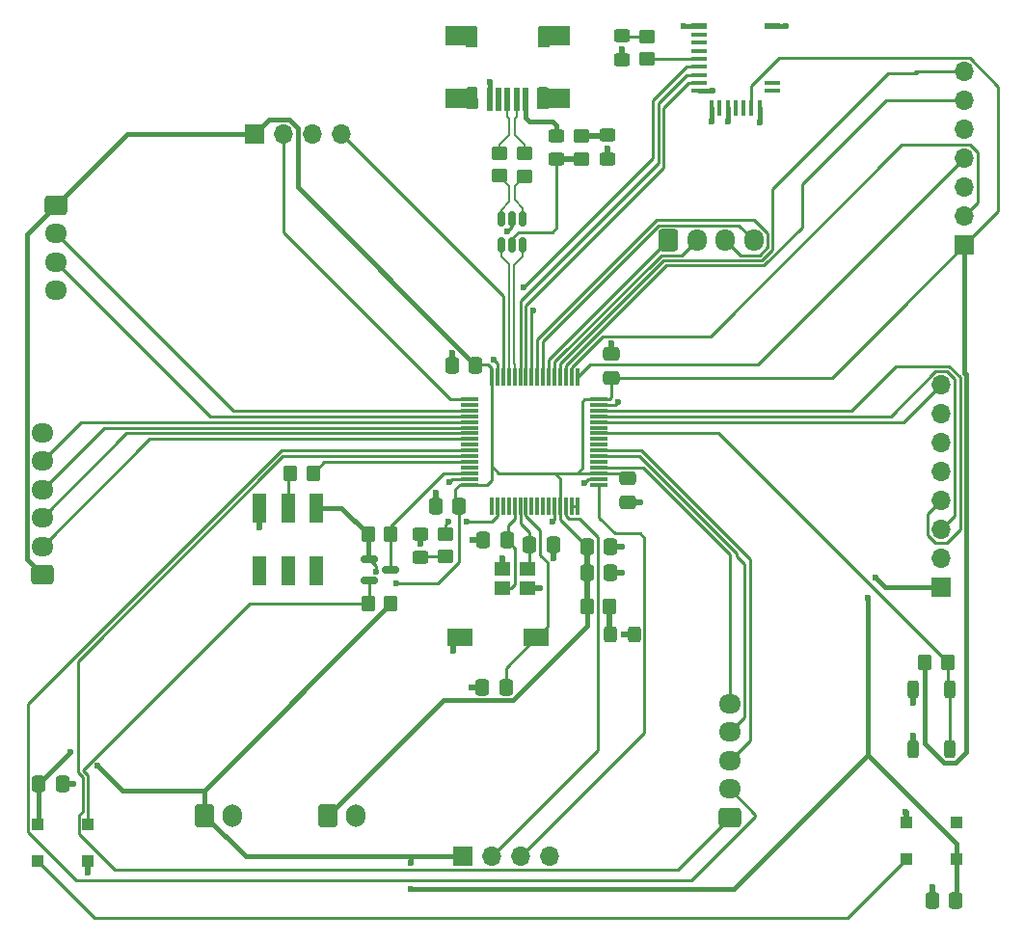
<source format=gbr>
%TF.GenerationSoftware,KiCad,Pcbnew,9.0.1*%
%TF.CreationDate,2025-05-06T12:21:24-06:00*%
%TF.ProjectId,2025_04_STM32F103_RobotBrain,32303235-5f30-4345-9f53-544d33324631,rev?*%
%TF.SameCoordinates,Original*%
%TF.FileFunction,Copper,L1,Top*%
%TF.FilePolarity,Positive*%
%FSLAX46Y46*%
G04 Gerber Fmt 4.6, Leading zero omitted, Abs format (unit mm)*
G04 Created by KiCad (PCBNEW 9.0.1) date 2025-05-06 12:21:24*
%MOMM*%
%LPD*%
G01*
G04 APERTURE LIST*
G04 Aperture macros list*
%AMRoundRect*
0 Rectangle with rounded corners*
0 $1 Rounding radius*
0 $2 $3 $4 $5 $6 $7 $8 $9 X,Y pos of 4 corners*
0 Add a 4 corners polygon primitive as box body*
4,1,4,$2,$3,$4,$5,$6,$7,$8,$9,$2,$3,0*
0 Add four circle primitives for the rounded corners*
1,1,$1+$1,$2,$3*
1,1,$1+$1,$4,$5*
1,1,$1+$1,$6,$7*
1,1,$1+$1,$8,$9*
0 Add four rect primitives between the rounded corners*
20,1,$1+$1,$2,$3,$4,$5,0*
20,1,$1+$1,$4,$5,$6,$7,0*
20,1,$1+$1,$6,$7,$8,$9,0*
20,1,$1+$1,$8,$9,$2,$3,0*%
G04 Aperture macros list end*
%TA.AperFunction,SMDPad,CuDef*%
%ADD10RoundRect,0.250000X-0.450000X0.350000X-0.450000X-0.350000X0.450000X-0.350000X0.450000X0.350000X0*%
%TD*%
%TA.AperFunction,SMDPad,CuDef*%
%ADD11RoundRect,0.075000X0.075000X-0.700000X0.075000X0.700000X-0.075000X0.700000X-0.075000X-0.700000X0*%
%TD*%
%TA.AperFunction,SMDPad,CuDef*%
%ADD12RoundRect,0.075000X0.700000X-0.075000X0.700000X0.075000X-0.700000X0.075000X-0.700000X-0.075000X0*%
%TD*%
%TA.AperFunction,SMDPad,CuDef*%
%ADD13RoundRect,0.250000X0.350000X0.450000X-0.350000X0.450000X-0.350000X-0.450000X0.350000X-0.450000X0*%
%TD*%
%TA.AperFunction,SMDPad,CuDef*%
%ADD14RoundRect,0.250000X0.450000X-0.350000X0.450000X0.350000X-0.450000X0.350000X-0.450000X-0.350000X0*%
%TD*%
%TA.AperFunction,SMDPad,CuDef*%
%ADD15RoundRect,0.250000X-0.337500X-0.475000X0.337500X-0.475000X0.337500X0.475000X-0.337500X0.475000X0*%
%TD*%
%TA.AperFunction,ComponentPad*%
%ADD16RoundRect,0.250000X-0.600000X-0.750000X0.600000X-0.750000X0.600000X0.750000X-0.600000X0.750000X0*%
%TD*%
%TA.AperFunction,ComponentPad*%
%ADD17O,1.700000X2.000000*%
%TD*%
%TA.AperFunction,ComponentPad*%
%ADD18R,1.700000X1.700000*%
%TD*%
%TA.AperFunction,ComponentPad*%
%ADD19O,1.700000X1.700000*%
%TD*%
%TA.AperFunction,ComponentPad*%
%ADD20RoundRect,0.250000X0.725000X-0.600000X0.725000X0.600000X-0.725000X0.600000X-0.725000X-0.600000X0*%
%TD*%
%TA.AperFunction,ComponentPad*%
%ADD21O,1.950000X1.700000*%
%TD*%
%TA.AperFunction,SMDPad,CuDef*%
%ADD22RoundRect,0.250000X0.450000X-0.325000X0.450000X0.325000X-0.450000X0.325000X-0.450000X-0.325000X0*%
%TD*%
%TA.AperFunction,SMDPad,CuDef*%
%ADD23RoundRect,0.150000X-0.587500X-0.150000X0.587500X-0.150000X0.587500X0.150000X-0.587500X0.150000X0*%
%TD*%
%TA.AperFunction,SMDPad,CuDef*%
%ADD24RoundRect,0.250000X-0.450000X0.325000X-0.450000X-0.325000X0.450000X-0.325000X0.450000X0.325000X0*%
%TD*%
%TA.AperFunction,SMDPad,CuDef*%
%ADD25RoundRect,0.250000X-0.350000X-0.450000X0.350000X-0.450000X0.350000X0.450000X-0.350000X0.450000X0*%
%TD*%
%TA.AperFunction,SMDPad,CuDef*%
%ADD26R,1.000000X1.000000*%
%TD*%
%TA.AperFunction,SMDPad,CuDef*%
%ADD27RoundRect,0.250000X0.337500X0.475000X-0.337500X0.475000X-0.337500X-0.475000X0.337500X-0.475000X0*%
%TD*%
%TA.AperFunction,ComponentPad*%
%ADD28RoundRect,0.250000X-0.725000X0.600000X-0.725000X-0.600000X0.725000X-0.600000X0.725000X0.600000X0*%
%TD*%
%TA.AperFunction,SMDPad,CuDef*%
%ADD29R,1.400000X0.600000*%
%TD*%
%TA.AperFunction,SMDPad,CuDef*%
%ADD30R,1.400000X0.400000*%
%TD*%
%TA.AperFunction,SMDPad,CuDef*%
%ADD31R,0.400000X1.400000*%
%TD*%
%TA.AperFunction,SMDPad,CuDef*%
%ADD32RoundRect,0.250000X-0.475000X0.337500X-0.475000X-0.337500X0.475000X-0.337500X0.475000X0.337500X0*%
%TD*%
%TA.AperFunction,SMDPad,CuDef*%
%ADD33RoundRect,0.150000X-0.150000X0.512500X-0.150000X-0.512500X0.150000X-0.512500X0.150000X0.512500X0*%
%TD*%
%TA.AperFunction,ComponentPad*%
%ADD34RoundRect,0.250000X-0.600000X-0.725000X0.600000X-0.725000X0.600000X0.725000X-0.600000X0.725000X0*%
%TD*%
%TA.AperFunction,ComponentPad*%
%ADD35O,1.700000X1.950000*%
%TD*%
%TA.AperFunction,SMDPad,CuDef*%
%ADD36R,1.400000X1.200000*%
%TD*%
%TA.AperFunction,SMDPad,CuDef*%
%ADD37R,2.300000X1.500000*%
%TD*%
%TA.AperFunction,SMDPad,CuDef*%
%ADD38RoundRect,0.250000X0.325000X0.450000X-0.325000X0.450000X-0.325000X-0.450000X0.325000X-0.450000X0*%
%TD*%
%TA.AperFunction,SMDPad,CuDef*%
%ADD39RoundRect,0.250000X0.475000X-0.337500X0.475000X0.337500X-0.475000X0.337500X-0.475000X-0.337500X0*%
%TD*%
%TA.AperFunction,SMDPad,CuDef*%
%ADD40RoundRect,0.250000X-0.250000X0.525000X-0.250000X-0.525000X0.250000X-0.525000X0.250000X0.525000X0*%
%TD*%
%TA.AperFunction,SMDPad,CuDef*%
%ADD41R,1.200000X2.500000*%
%TD*%
%TA.AperFunction,SMDPad,CuDef*%
%ADD42R,0.500000X2.000000*%
%TD*%
%TA.AperFunction,SMDPad,CuDef*%
%ADD43R,2.000000X1.700000*%
%TD*%
%TA.AperFunction,ViaPad*%
%ADD44C,0.600000*%
%TD*%
%TA.AperFunction,Conductor*%
%ADD45C,0.254000*%
%TD*%
%TA.AperFunction,Conductor*%
%ADD46C,0.381000*%
%TD*%
%TA.AperFunction,Conductor*%
%ADD47C,0.508000*%
%TD*%
%TA.AperFunction,Conductor*%
%ADD48C,0.200000*%
%TD*%
G04 APERTURE END LIST*
D10*
%TO.P,R2,1*%
%TO.N,/D+*%
X137680000Y-41715000D03*
%TO.P,R2,2*%
%TO.N,/USB_CONN_D+*%
X137680000Y-43715000D03*
%TD*%
D11*
%TO.P,U1,1,VBAT*%
%TO.N,unconnected-(U1-VBAT-Pad1)*%
X136990000Y-72760000D03*
%TO.P,U1,2,PC13*%
%TO.N,/USER_LED*%
X137490000Y-72760000D03*
%TO.P,U1,3,PC14*%
%TO.N,unconnected-(U1-PC14-Pad3)*%
X137990000Y-72760000D03*
%TO.P,U1,4,PC15*%
%TO.N,unconnected-(U1-PC15-Pad4)*%
X138490000Y-72760000D03*
%TO.P,U1,5,RCC_OSC_IN*%
%TO.N,/OSC_IN*%
X138990000Y-72760000D03*
%TO.P,U1,6,RCC_OSC_OUT*%
%TO.N,/OSC_OUT*%
X139490000Y-72760000D03*
%TO.P,U1,7,NRST*%
%TO.N,/RESET*%
X139990000Y-72760000D03*
%TO.P,U1,8,PC0*%
%TO.N,unconnected-(U1-PC0-Pad8)*%
X140490000Y-72760000D03*
%TO.P,U1,9,PC1*%
%TO.N,unconnected-(U1-PC1-Pad9)*%
X140990000Y-72760000D03*
%TO.P,U1,10,PC2*%
%TO.N,unconnected-(U1-PC2-Pad10)*%
X141490000Y-72760000D03*
%TO.P,U1,11,PC3*%
%TO.N,unconnected-(U1-PC3-Pad11)*%
X141990000Y-72760000D03*
%TO.P,U1,12,VSSA*%
%TO.N,GND*%
X142490000Y-72760000D03*
%TO.P,U1,13,VDDA*%
%TO.N,+3V3*%
X142990000Y-72760000D03*
%TO.P,U1,14,PA0*%
%TO.N,/ULTRA_TRIG*%
X143490000Y-72760000D03*
%TO.P,U1,15,PA1*%
%TO.N,Net-(U1-PA1)*%
X143990000Y-72760000D03*
%TO.P,U1,16,PA2*%
X144490000Y-72760000D03*
D12*
%TO.P,U1,17,PA3*%
%TO.N,/ULTRA_ECHO*%
X146415000Y-70835000D03*
%TO.P,U1,18,VSS*%
%TO.N,GND*%
X146415000Y-70335000D03*
%TO.P,U1,19,VDD*%
%TO.N,+3V3*%
X146415000Y-69835000D03*
%TO.P,U1,20,PA4*%
%TO.N,/PWR_ADC*%
X146415000Y-69335000D03*
%TO.P,U1,21,PA5*%
%TO.N,unconnected-(U1-PA5-Pad21)*%
X146415000Y-68835000D03*
%TO.P,U1,22,PA6*%
%TO.N,/E1B*%
X146415000Y-68335000D03*
%TO.P,U1,23,PA7*%
%TO.N,/E1A*%
X146415000Y-67835000D03*
%TO.P,U1,24,PC4*%
%TO.N,unconnected-(U1-PC4-Pad24)*%
X146415000Y-67335000D03*
%TO.P,U1,25,PC5*%
%TO.N,unconnected-(U1-PC5-Pad25)*%
X146415000Y-66835000D03*
%TO.P,U1,26,PB0*%
%TO.N,/uBUTTON*%
X146415000Y-66335000D03*
%TO.P,U1,27,PB1*%
%TO.N,unconnected-(U1-PB1-Pad27)*%
X146415000Y-65835000D03*
%TO.P,U1,28,PB2*%
%TO.N,/IMU_INT*%
X146415000Y-65335000D03*
%TO.P,U1,29,PB10*%
%TO.N,/IMU_I2C_SCL*%
X146415000Y-64835000D03*
%TO.P,U1,30,PB11*%
%TO.N,/IMU_I2C_SDA*%
X146415000Y-64335000D03*
%TO.P,U1,31,VSS*%
%TO.N,GND*%
X146415000Y-63835000D03*
%TO.P,U1,32,VDD*%
%TO.N,+3V3*%
X146415000Y-63335000D03*
D11*
%TO.P,U1,33,PB12*%
%TO.N,/PS2_CS*%
X144490000Y-61410000D03*
%TO.P,U1,34,PB13*%
%TO.N,/PS2_SCK*%
X143990000Y-61410000D03*
%TO.P,U1,35,PB14*%
%TO.N,/PS2_MISO*%
X143490000Y-61410000D03*
%TO.P,U1,36,PB15*%
%TO.N,/PS2_MOSI*%
X142990000Y-61410000D03*
%TO.P,U1,37,PC6*%
%TO.N,/AN1*%
X142490000Y-61410000D03*
%TO.P,U1,38,PC7*%
%TO.N,/AN2*%
X141990000Y-61410000D03*
%TO.P,U1,39,PC8*%
%TO.N,/BN1*%
X141490000Y-61410000D03*
%TO.P,U1,40,PC9*%
%TO.N,/BN2*%
X140990000Y-61410000D03*
%TO.P,U1,41,PA8*%
%TO.N,/BL_WAKEUP*%
X140490000Y-61410000D03*
%TO.P,U1,42,PA9*%
%TO.N,/BL_RX*%
X139990000Y-61410000D03*
%TO.P,U1,43,PA10*%
%TO.N,/BL_TX*%
X139490000Y-61410000D03*
%TO.P,U1,44,USB_DM*%
%TO.N,/USB_D-*%
X138990000Y-61410000D03*
%TO.P,U1,45,USB_DP*%
%TO.N,/USB_D+*%
X138490000Y-61410000D03*
%TO.P,U1,46,SYS_JTMS-SWDIO*%
%TO.N,/SWDIO*%
X137990000Y-61410000D03*
%TO.P,U1,47,VSS*%
%TO.N,GND*%
X137490000Y-61410000D03*
%TO.P,U1,48,VDD*%
%TO.N,+3V3*%
X136990000Y-61410000D03*
D12*
%TO.P,U1,49,SYS_JTCK-SWCLK*%
%TO.N,/SWCLK*%
X135065000Y-63335000D03*
%TO.P,U1,50,PA15*%
%TO.N,unconnected-(U1-PA15-Pad50)*%
X135065000Y-63835000D03*
%TO.P,U1,51,PC10*%
%TO.N,/USER_TX*%
X135065000Y-64335000D03*
%TO.P,U1,52,PC11*%
%TO.N,/USER_RX*%
X135065000Y-64835000D03*
%TO.P,U1,53,PC12*%
%TO.N,/X4*%
X135065000Y-65335000D03*
%TO.P,U1,54,PD2*%
%TO.N,/X3*%
X135065000Y-65835000D03*
%TO.P,U1,55,PB3*%
%TO.N,/X2*%
X135065000Y-66335000D03*
%TO.P,U1,56,PB4*%
%TO.N,/X1*%
X135065000Y-66835000D03*
%TO.P,U1,57,PB5*%
%TO.N,unconnected-(U1-PB5-Pad57)*%
X135065000Y-67335000D03*
%TO.P,U1,58,PB6*%
%TO.N,/E2B*%
X135065000Y-67835000D03*
%TO.P,U1,59,PB7*%
%TO.N,/E2A*%
X135065000Y-68335000D03*
%TO.P,U1,60,BOOT0*%
%TO.N,/BOOT*%
X135065000Y-68835000D03*
%TO.P,U1,61,PB8*%
%TO.N,unconnected-(U1-PB8-Pad61)*%
X135065000Y-69335000D03*
%TO.P,U1,62,PB9*%
%TO.N,/RGB_DIN*%
X135065000Y-69835000D03*
%TO.P,U1,63,VSS*%
%TO.N,GND*%
X135065000Y-70335000D03*
%TO.P,U1,64,VDD*%
%TO.N,+3V3*%
X135065000Y-70835000D03*
%TD*%
D13*
%TO.P,R9,1*%
%TO.N,+5V*%
X128117500Y-81300000D03*
%TO.P,R9,2*%
%TO.N,Net-(LED1-DIN)*%
X126117500Y-81300000D03*
%TD*%
D14*
%TO.P,R3,1*%
%TO.N,/USB_CONN_D-*%
X139860000Y-43735000D03*
%TO.P,R3,2*%
%TO.N,/D-*%
X139860000Y-41735000D03*
%TD*%
D15*
%TO.P,C12,1*%
%TO.N,+5V*%
X97200000Y-97150000D03*
%TO.P,C12,2*%
%TO.N,GND*%
X99275000Y-97150000D03*
%TD*%
D16*
%TO.P,J6,1,Pin_1*%
%TO.N,+3V3*%
X122580000Y-99900000D03*
D17*
%TO.P,J6,2,Pin_2*%
%TO.N,GND*%
X125080000Y-99900000D03*
%TD*%
D18*
%TO.P,J9,1,Pin_1*%
%TO.N,+3V3*%
X178500000Y-49800000D03*
D19*
%TO.P,J9,2,Pin_2*%
%TO.N,/PS2_SCK*%
X178500000Y-47260000D03*
%TO.P,J9,3,Pin_3*%
%TO.N,unconnected-(J9-Pin_3-Pad3)*%
X178500000Y-44720000D03*
%TO.P,J9,4,Pin_4*%
%TO.N,/PS2_CS*%
X178500000Y-42180000D03*
%TO.P,J9,5,Pin_5*%
%TO.N,GND*%
X178500000Y-39640000D03*
%TO.P,J9,6,Pin_6*%
%TO.N,/PS2_MISO*%
X178500000Y-37100000D03*
%TO.P,J9,7,Pin_7*%
%TO.N,/PS2_MOSI*%
X178500000Y-34560000D03*
%TD*%
D20*
%TO.P,J8,1,Pin_1*%
%TO.N,/E2A*%
X157890000Y-100070000D03*
D21*
%TO.P,J8,2,Pin_2*%
%TO.N,/E2B*%
X157890000Y-97570000D03*
%TO.P,J8,3,Pin_3*%
%TO.N,/E1A*%
X157890000Y-95070000D03*
%TO.P,J8,4,Pin_4*%
%TO.N,/E1B*%
X157890000Y-92570000D03*
%TO.P,J8,5,Pin_5*%
%TO.N,/PWR_ADC*%
X157890000Y-90070000D03*
%TD*%
D18*
%TO.P,J2,1,Pin_1*%
%TO.N,+5V*%
X176465000Y-79835000D03*
D19*
%TO.P,J2,2,Pin_2*%
%TO.N,GND*%
X176465000Y-77295000D03*
%TO.P,J2,3,Pin_3*%
%TO.N,/IMU_I2C_SCL*%
X176465000Y-74755000D03*
%TO.P,J2,4,Pin_4*%
%TO.N,/IMU_I2C_SDA*%
X176465000Y-72215000D03*
%TO.P,J2,5,Pin_5*%
%TO.N,unconnected-(J2-Pin_5-Pad5)*%
X176465000Y-69675000D03*
%TO.P,J2,6,Pin_6*%
%TO.N,unconnected-(J2-Pin_6-Pad6)*%
X176465000Y-67135000D03*
%TO.P,J2,7,Pin_7*%
%TO.N,unconnected-(J2-Pin_7-Pad7)*%
X176465000Y-64595000D03*
%TO.P,J2,8,Pin_8*%
%TO.N,/IMU_INT*%
X176465000Y-62055000D03*
%TD*%
D22*
%TO.P,D4,1,K*%
%TO.N,GND*%
X148410000Y-33500000D03*
%TO.P,D4,2,A*%
%TO.N,Net-(D4-A)*%
X148410000Y-31450000D03*
%TD*%
D23*
%TO.P,Q1,1,G*%
%TO.N,+3V3*%
X126210000Y-77360000D03*
%TO.P,Q1,2,S*%
%TO.N,Net-(LED1-DIN)*%
X126210000Y-79260000D03*
%TO.P,Q1,3,D*%
%TO.N,/RGB_DIN*%
X128085000Y-78310000D03*
%TD*%
D24*
%TO.P,D3,1,K*%
%TO.N,GND*%
X130690000Y-75155000D03*
%TO.P,D3,2,A*%
%TO.N,Net-(D3-A)*%
X130690000Y-77205000D03*
%TD*%
D25*
%TO.P,R5,1*%
%TO.N,+3V3*%
X145347500Y-81570000D03*
%TO.P,R5,2*%
%TO.N,Net-(D2-A)*%
X147347500Y-81570000D03*
%TD*%
D26*
%TO.P,LED1,1,VDD*%
%TO.N,+5V*%
X97150000Y-100700000D03*
%TO.P,LED1,2,DOUT*%
%TO.N,Net-(LED1-DOUT)*%
X97150000Y-103900000D03*
%TO.P,LED1,3,VSS*%
%TO.N,GND*%
X101550000Y-103900000D03*
%TO.P,LED1,4,DIN*%
%TO.N,Net-(LED1-DIN)*%
X101550000Y-100700000D03*
%TD*%
D24*
%TO.P,F1,1*%
%TO.N,Net-(J1-VBUS)*%
X142670000Y-40210000D03*
%TO.P,F1,2*%
%TO.N,Vusb*%
X142670000Y-42260000D03*
%TD*%
D27*
%TO.P,C9,1*%
%TO.N,/OSC_IN*%
X138337500Y-75730000D03*
%TO.P,C9,2*%
%TO.N,GND*%
X136262500Y-75730000D03*
%TD*%
D13*
%TO.P,R10,1*%
%TO.N,/RGB_DIN*%
X128117500Y-75210000D03*
%TO.P,R10,2*%
%TO.N,+3V3*%
X126117500Y-75210000D03*
%TD*%
D18*
%TO.P,J4,1,Pin_1*%
%TO.N,+3V3*%
X116160000Y-40040000D03*
D19*
%TO.P,J4,2,Pin_2*%
%TO.N,/SWCLK*%
X118700000Y-40040000D03*
%TO.P,J4,3,Pin_3*%
%TO.N,GND*%
X121240000Y-40040000D03*
%TO.P,J4,4,Pin_4*%
%TO.N,/SWDIO*%
X123780000Y-40040000D03*
%TD*%
D25*
%TO.P,R8,1*%
%TO.N,+3V3*%
X175000000Y-86410000D03*
%TO.P,R8,2*%
%TO.N,/uBUTTON*%
X177000000Y-86410000D03*
%TD*%
D28*
%TO.P,J11,1,Pin_1*%
%TO.N,+3V3*%
X98720000Y-46270000D03*
D21*
%TO.P,J11,2,Pin_2*%
%TO.N,/USER_TX*%
X98720000Y-48770000D03*
%TO.P,J11,3,Pin_3*%
%TO.N,/USER_RX*%
X98720000Y-51270000D03*
%TO.P,J11,4,Pin_4*%
%TO.N,GND*%
X98720000Y-53770000D03*
%TD*%
D29*
%TO.P,MDBT42T-AT1,1,GND@1*%
%TO.N,GND*%
X155200000Y-30540000D03*
D30*
%TO.P,MDBT42T-AT1,2,NC@2*%
%TO.N,unconnected-(MDBT42T-AT1-NC@2-Pad2)*%
X155200000Y-31340000D03*
%TO.P,MDBT42T-AT1,3,NC@3*%
%TO.N,unconnected-(MDBT42T-AT1-NC@3-Pad3)*%
X155200000Y-32040000D03*
%TO.P,MDBT42T-AT1,4,RESET*%
%TO.N,unconnected-(MDBT42T-AT1-RESET-Pad4)*%
X155200000Y-32740000D03*
%TO.P,MDBT42T-AT1,5,INDICATOR*%
%TO.N,Net-(MDBT42T-AT1-INDICATOR)*%
X155200000Y-33440000D03*
%TO.P,MDBT42T-AT1,6,WAKEUP*%
%TO.N,/BL_WAKEUP*%
X155200000Y-34140000D03*
%TO.P,MDBT42T-AT1,7,TX*%
%TO.N,/BL_TX*%
X155200000Y-34840000D03*
%TO.P,MDBT42T-AT1,8,RX*%
%TO.N,/BL_RX*%
X155200000Y-35540000D03*
%TO.P,MDBT42T-AT1,9,UART_PD*%
%TO.N,GND*%
X155200000Y-36240000D03*
D31*
%TO.P,MDBT42T-AT1,10,GND@10*%
X156300000Y-37740000D03*
%TO.P,MDBT42T-AT1,11,ADC*%
%TO.N,unconnected-(MDBT42T-AT1-ADC-Pad11)*%
X157000000Y-37740000D03*
%TO.P,MDBT42T-AT1,12,FLASH_DEFAULT*%
%TO.N,GND*%
X157700000Y-37740000D03*
%TO.P,MDBT42T-AT1,13,RTS/XL2*%
%TO.N,unconnected-(MDBT42T-AT1-RTS{slash}XL2-Pad13)*%
X158400000Y-37740000D03*
%TO.P,MDBT42T-AT1,14,CTS/XL1*%
%TO.N,unconnected-(MDBT42T-AT1-CTS{slash}XL1-Pad14)*%
X159100000Y-37740000D03*
%TO.P,MDBT42T-AT1,15,VDD*%
%TO.N,+3V3*%
X159800000Y-37740000D03*
%TO.P,MDBT42T-AT1,16,GND@16*%
%TO.N,GND*%
X160500000Y-37740000D03*
D30*
%TO.P,MDBT42T-AT1,17,DCC*%
%TO.N,unconnected-(MDBT42T-AT1-DCC-Pad17)*%
X161600000Y-36240000D03*
%TO.P,MDBT42T-AT1,18,DEC4*%
%TO.N,unconnected-(MDBT42T-AT1-DEC4-Pad18)*%
X161600000Y-35540000D03*
D29*
%TO.P,MDBT42T-AT1,19,GND@19*%
%TO.N,GND*%
X161600000Y-30540000D03*
%TD*%
D27*
%TO.P,C2,1*%
%TO.N,+3V3*%
X135577500Y-60340000D03*
%TO.P,C2,2*%
%TO.N,GND*%
X133502500Y-60340000D03*
%TD*%
D10*
%TO.P,R6,1*%
%TO.N,/USER_LED*%
X132960000Y-75150000D03*
%TO.P,R6,2*%
%TO.N,Net-(D3-A)*%
X132960000Y-77150000D03*
%TD*%
D14*
%TO.P,R7,1*%
%TO.N,Net-(MDBT42T-AT1-INDICATOR)*%
X150640000Y-33475000D03*
%TO.P,R7,2*%
%TO.N,Net-(D4-A)*%
X150640000Y-31475000D03*
%TD*%
D32*
%TO.P,C4,1*%
%TO.N,+3V3*%
X148960000Y-70302500D03*
%TO.P,C4,2*%
%TO.N,GND*%
X148960000Y-72377500D03*
%TD*%
D33*
%TO.P,U2,1,I/O1*%
%TO.N,/USB_CONN_D-*%
X139730000Y-47510000D03*
%TO.P,U2,2,GND*%
%TO.N,GND*%
X138780000Y-47510000D03*
%TO.P,U2,3,I/O2*%
%TO.N,/USB_CONN_D+*%
X137830000Y-47510000D03*
%TO.P,U2,4,I/O2*%
%TO.N,/USB_D+*%
X137830000Y-49785000D03*
%TO.P,U2,5,VBUS*%
%TO.N,Vusb*%
X138780000Y-49785000D03*
%TO.P,U2,6,I/O1*%
%TO.N,/USB_D-*%
X139730000Y-49785000D03*
%TD*%
D15*
%TO.P,C5,1*%
%TO.N,+3V3*%
X145352500Y-76290000D03*
%TO.P,C5,2*%
%TO.N,GND*%
X147427500Y-76290000D03*
%TD*%
D18*
%TO.P,J3,1,Pin_1*%
%TO.N,+5V*%
X134460000Y-103485000D03*
D19*
%TO.P,J3,2,Pin_2*%
%TO.N,/ULTRA_TRIG*%
X137000000Y-103485000D03*
%TO.P,J3,3,Pin_3*%
%TO.N,/ULTRA_ECHO*%
X139540000Y-103485000D03*
%TO.P,J3,4,Pin_4*%
%TO.N,GND*%
X142080000Y-103485000D03*
%TD*%
D34*
%TO.P,J7,1,Pin_1*%
%TO.N,/AN2*%
X152510000Y-49370000D03*
D35*
%TO.P,J7,2,Pin_2*%
%TO.N,/AN1*%
X155010000Y-49370000D03*
%TO.P,J7,3,Pin_3*%
%TO.N,/BN2*%
X157510000Y-49370000D03*
%TO.P,J7,4,Pin_4*%
%TO.N,/BN1*%
X160010000Y-49370000D03*
%TD*%
D36*
%TO.P,Y2,1,1*%
%TO.N,/OSC_IN*%
X137952500Y-79920000D03*
%TO.P,Y2,2,2*%
%TO.N,GND*%
X140152500Y-79920000D03*
%TO.P,Y2,3,3*%
%TO.N,/OSC_OUT*%
X140152500Y-78220000D03*
%TO.P,Y2,4,4*%
%TO.N,GND*%
X137952500Y-78220000D03*
%TD*%
D37*
%TO.P,SW1,1,A*%
%TO.N,GND*%
X134220000Y-84280000D03*
%TO.P,SW1,2,B*%
%TO.N,/RESET*%
X140920000Y-84280000D03*
%TD*%
D15*
%TO.P,C6,1*%
%TO.N,+3V3*%
X145352500Y-78580000D03*
%TO.P,C6,2*%
%TO.N,GND*%
X147427500Y-78580000D03*
%TD*%
D16*
%TO.P,J5,1,Pin_1*%
%TO.N,+5V*%
X111750000Y-99875000D03*
D17*
%TO.P,J5,2,Pin_2*%
%TO.N,GND*%
X114250000Y-99875000D03*
%TD*%
D38*
%TO.P,D2,1,K*%
%TO.N,GND*%
X149492500Y-83950000D03*
%TO.P,D2,2,A*%
%TO.N,Net-(D2-A)*%
X147442500Y-83950000D03*
%TD*%
D27*
%TO.P,C1,1*%
%TO.N,+3V3*%
X134137500Y-72690000D03*
%TO.P,C1,2*%
%TO.N,GND*%
X132062500Y-72690000D03*
%TD*%
D26*
%TO.P,LED2,1,VDD*%
%TO.N,+5V*%
X177760000Y-103740000D03*
%TO.P,LED2,2,DOUT*%
%TO.N,unconnected-(LED2-DOUT-Pad2)*%
X177760000Y-100540000D03*
%TO.P,LED2,3,VSS*%
%TO.N,GND*%
X173360000Y-100540000D03*
%TO.P,LED2,4,DIN*%
%TO.N,Net-(LED1-DOUT)*%
X173360000Y-103740000D03*
%TD*%
D15*
%TO.P,C8,1*%
%TO.N,/OSC_OUT*%
X140312500Y-76140000D03*
%TO.P,C8,2*%
%TO.N,GND*%
X142387500Y-76140000D03*
%TD*%
D13*
%TO.P,R1,1*%
%TO.N,/BOOT*%
X121300000Y-69810000D03*
%TO.P,R1,2*%
%TO.N,Net-(R1-Pad2)*%
X119300000Y-69810000D03*
%TD*%
D20*
%TO.P,J10,1,Pin_1*%
%TO.N,+3V3*%
X97510000Y-78760000D03*
D21*
%TO.P,J10,2,Pin_2*%
%TO.N,/X1*%
X97510000Y-76260000D03*
%TO.P,J10,3,Pin_3*%
%TO.N,/X2*%
X97510000Y-73760000D03*
%TO.P,J10,4,Pin_4*%
%TO.N,/X3*%
X97510000Y-71260000D03*
%TO.P,J10,5,Pin_5*%
%TO.N,/X4*%
X97510000Y-68760000D03*
%TO.P,J10,6,Pin_6*%
%TO.N,GND*%
X97510000Y-66260000D03*
%TD*%
D39*
%TO.P,C3,1*%
%TO.N,+3V3*%
X147470000Y-61457500D03*
%TO.P,C3,2*%
%TO.N,GND*%
X147470000Y-59382500D03*
%TD*%
D40*
%TO.P,SW2,1,A*%
%TO.N,/uBUTTON*%
X177200000Y-88835000D03*
X177200000Y-94085000D03*
%TO.P,SW2,2,B*%
%TO.N,GND*%
X174000000Y-88835000D03*
X174000000Y-94085000D03*
%TD*%
D22*
%TO.P,D1,1,K*%
%TO.N,GND*%
X147160000Y-42210000D03*
%TO.P,D1,2,A*%
%TO.N,Net-(D1-A)*%
X147160000Y-40160000D03*
%TD*%
D41*
%TO.P,S1,1*%
%TO.N,+3V3*%
X121610000Y-72880000D03*
%TO.P,S1,2*%
%TO.N,Net-(R1-Pad2)*%
X119110000Y-72880000D03*
%TO.P,S1,3*%
%TO.N,GND*%
X116610000Y-72880000D03*
%TO.P,S1,4*%
%TO.N,unconnected-(S1-Pad4)*%
X121610000Y-78380000D03*
%TO.P,S1,5*%
%TO.N,unconnected-(S1-Pad5)*%
X119110000Y-78380000D03*
%TO.P,S1,6*%
%TO.N,unconnected-(S1-Pad6)*%
X116610000Y-78380000D03*
%TD*%
D27*
%TO.P,C11,1*%
%TO.N,+5V*%
X177747500Y-107320000D03*
%TO.P,C11,2*%
%TO.N,GND*%
X175672500Y-107320000D03*
%TD*%
D42*
%TO.P,J1,1,VBUS*%
%TO.N,Net-(J1-VBUS)*%
X139980000Y-37000000D03*
%TO.P,J1,2,D-*%
%TO.N,/D-*%
X139180000Y-37000000D03*
%TO.P,J1,3,D+*%
%TO.N,/D+*%
X138380000Y-37000000D03*
%TO.P,J1,4,ID*%
%TO.N,unconnected-(J1-ID-Pad4)*%
X137580000Y-37000000D03*
%TO.P,J1,5,GND*%
%TO.N,GND*%
X136780000Y-37000000D03*
D43*
%TO.P,J1,6,Shield*%
X142830000Y-36900000D03*
X142830000Y-31450000D03*
X133930000Y-36900000D03*
X133930000Y-31450000D03*
%TD*%
D27*
%TO.P,C7,1*%
%TO.N,/RESET*%
X138247500Y-88630000D03*
%TO.P,C7,2*%
%TO.N,GND*%
X136172500Y-88630000D03*
%TD*%
D14*
%TO.P,R4,1*%
%TO.N,Vusb*%
X144880000Y-42215000D03*
%TO.P,R4,2*%
%TO.N,Net-(D1-A)*%
X144880000Y-40215000D03*
%TD*%
D44*
%TO.N,/USER_LED*%
X134764500Y-74100000D03*
X133200000Y-74100000D03*
%TO.N,+5V*%
X129900000Y-106300000D03*
X129900000Y-104036000D03*
X100000000Y-94300000D03*
X102400000Y-95500000D03*
X170000000Y-80800000D03*
X170700000Y-79000000D03*
%TO.N,+3V3*%
X126847500Y-78461242D03*
X128600000Y-79500000D03*
%TO.N,/BL_WAKEUP*%
X139800000Y-53500000D03*
X140617000Y-55500000D03*
%TO.N,GND*%
X135300000Y-31060000D03*
X135310000Y-31970000D03*
X138320000Y-48630000D03*
X101550000Y-104940000D03*
X136780000Y-35480000D03*
X137200000Y-59890000D03*
X135310000Y-36460000D03*
X100250000Y-97140000D03*
X148430000Y-76280000D03*
X133260000Y-70570000D03*
X160490000Y-38990000D03*
X156300000Y-38970000D03*
X135310000Y-75730000D03*
X141240000Y-79920000D03*
X116610000Y-74610000D03*
X162820000Y-30550000D03*
X150070000Y-72380000D03*
X174000000Y-92900000D03*
X132070000Y-71580000D03*
X133640000Y-85390000D03*
X141410000Y-36420000D03*
X145110000Y-70690000D03*
X173350000Y-99580000D03*
X153880000Y-30560000D03*
X148580000Y-83950000D03*
X135220000Y-88640000D03*
X141420000Y-37150000D03*
X141430000Y-31900000D03*
X141430000Y-31090000D03*
X157700000Y-38950000D03*
X175680000Y-106180000D03*
X148460000Y-78570000D03*
X137960000Y-77270000D03*
X148070000Y-63560000D03*
X148400000Y-32585000D03*
X156420000Y-36240000D03*
X130690000Y-76070000D03*
X133510000Y-59260000D03*
X142390000Y-77290000D03*
X173990000Y-90010000D03*
X142300000Y-74080000D03*
X147470000Y-58420000D03*
X135310000Y-37250000D03*
X147170000Y-41280000D03*
%TD*%
D45*
%TO.N,/E1A*%
X146800000Y-67857000D02*
X150081744Y-67857000D01*
X150081744Y-67857000D02*
X159648000Y-77423256D01*
X159648000Y-77423256D02*
X159648000Y-93312000D01*
X159648000Y-93312000D02*
X157890000Y-95070000D01*
%TO.N,/ULTRA_ECHO*%
X149995500Y-75100000D02*
X150395500Y-75500000D01*
%TO.N,Net-(D4-A)*%
X150640000Y-31475000D02*
X148435000Y-31475000D01*
X148435000Y-31475000D02*
X148410000Y-31450000D01*
%TO.N,Net-(MDBT42T-AT1-INDICATOR)*%
X155200000Y-33440000D02*
X150675000Y-33440000D01*
X150675000Y-33440000D02*
X150640000Y-33475000D01*
%TO.N,/USER_LED*%
X132960000Y-75150000D02*
X132960000Y-74340000D01*
X132960000Y-74340000D02*
X133200000Y-74100000D01*
X134764500Y-74100000D02*
X136997008Y-74100000D01*
X136997008Y-74100000D02*
X137490000Y-73607008D01*
X137490000Y-73607008D02*
X137490000Y-72760000D01*
D46*
%TO.N,+5V*%
X129900000Y-106300000D02*
X158263000Y-106300000D01*
X129900000Y-103485000D02*
X115360000Y-103485000D01*
X129900000Y-103485000D02*
X129900000Y-104036000D01*
X158263000Y-106300000D02*
X170000000Y-94563000D01*
X111750000Y-97667500D02*
X104567500Y-97667500D01*
X100000000Y-94300000D02*
X100000000Y-94350000D01*
X100000000Y-94350000D02*
X97200000Y-97150000D01*
X104567500Y-97667500D02*
X102400000Y-95500000D01*
X177760000Y-102323000D02*
X177760000Y-103740000D01*
X176465000Y-79835000D02*
X171535000Y-79835000D01*
X171535000Y-79835000D02*
X170700000Y-79000000D01*
X170000000Y-80800000D02*
X170000000Y-94563000D01*
X170000000Y-94563000D02*
X177760000Y-102323000D01*
%TO.N,+3V3*%
X178616500Y-61163818D02*
X178500000Y-61047318D01*
X178500000Y-61047318D02*
X178500000Y-49800000D01*
D45*
X166842500Y-61457500D02*
X172700000Y-55600000D01*
D46*
X175000000Y-93574144D02*
X176677356Y-95251500D01*
X177722644Y-95251500D02*
X178616500Y-94357644D01*
X175000000Y-86410000D02*
X175000000Y-93574144D01*
X176677356Y-95251500D02*
X177722644Y-95251500D01*
X178616500Y-94357644D02*
X178616500Y-61163818D01*
D45*
X178500000Y-49800000D02*
X181472000Y-46828000D01*
X181472000Y-46828000D02*
X181472000Y-35866056D01*
X181472000Y-35866056D02*
X178987944Y-33382000D01*
X159800000Y-35784000D02*
X159800000Y-37740000D01*
X178987944Y-33382000D02*
X162202000Y-33382000D01*
X162202000Y-33382000D02*
X159800000Y-35784000D01*
X147470000Y-61457500D02*
X166842500Y-61457500D01*
X172700000Y-55600000D02*
X178500000Y-49800000D01*
X126847500Y-78461242D02*
X126847500Y-77997500D01*
X134137500Y-77596842D02*
X132234342Y-79500000D01*
X134137500Y-72690000D02*
X134137500Y-77596842D01*
X132234342Y-79500000D02*
X128600000Y-79500000D01*
X126847500Y-77997500D02*
X126210000Y-77360000D01*
D46*
X126117500Y-75210000D02*
X126117500Y-77267500D01*
X126117500Y-77267500D02*
X126210000Y-77360000D01*
X121610000Y-72880000D02*
X123787500Y-72880000D01*
X123787500Y-72880000D02*
X126117500Y-75210000D01*
D45*
%TO.N,/BOOT*%
X122253000Y-68857000D02*
X134195992Y-68857000D01*
X121300000Y-69810000D02*
X122253000Y-68857000D01*
X134217992Y-68835000D02*
X135065000Y-68835000D01*
X134195992Y-68857000D02*
X134217992Y-68835000D01*
D46*
%TO.N,+3V3*%
X116160000Y-40040000D02*
X117401500Y-38798500D01*
X117401500Y-38798500D02*
X119214247Y-38798500D01*
X119214247Y-38798500D02*
X119941500Y-39525753D01*
X119941500Y-39525753D02*
X119941500Y-44704000D01*
X119941500Y-44704000D02*
X135577500Y-60340000D01*
X98720000Y-46270000D02*
X104950000Y-40040000D01*
X104950000Y-40040000D02*
X116160000Y-40040000D01*
X97510000Y-78760000D02*
X96143500Y-77393500D01*
X96143500Y-77393500D02*
X96143500Y-48846500D01*
X96143500Y-48846500D02*
X98720000Y-46270000D01*
%TO.N,+5V*%
X97200000Y-97150000D02*
X97200000Y-100650000D01*
X97200000Y-100650000D02*
X97150000Y-100700000D01*
%TO.N,+3V3*%
X122580000Y-99900000D02*
X132733500Y-89746500D01*
X132733500Y-89746500D02*
X138857644Y-89746500D01*
X138857644Y-89746500D02*
X145347500Y-83256644D01*
X145347500Y-83256644D02*
X145347500Y-81570000D01*
%TO.N,+5V*%
X134460000Y-103485000D02*
X129900000Y-103485000D01*
X115360000Y-103485000D02*
X111750000Y-99875000D01*
X111750000Y-99875000D02*
X111750000Y-97667500D01*
X111750000Y-97667500D02*
X128117500Y-81300000D01*
D45*
%TO.N,/E1B*%
X146415000Y-68335000D02*
X149916276Y-68335000D01*
X149916276Y-68335000D02*
X158500000Y-76918724D01*
X158500000Y-77100000D02*
X159193000Y-77793000D01*
X159193000Y-77793000D02*
X159193000Y-91267000D01*
X158500000Y-76918724D02*
X158500000Y-77100000D01*
X159193000Y-91267000D02*
X157890000Y-92570000D01*
%TO.N,/PWR_ADC*%
X146415000Y-69335000D02*
X150272809Y-69335000D01*
X150272809Y-69335000D02*
X157890000Y-76952191D01*
X157890000Y-76952191D02*
X157890000Y-90070000D01*
%TO.N,/ULTRA_ECHO*%
X150395500Y-92629500D02*
X150395500Y-75500000D01*
X146415000Y-70835000D02*
X146415000Y-73715000D01*
X146415000Y-73715000D02*
X147800000Y-75100000D01*
X147800000Y-75100000D02*
X149995500Y-75100000D01*
D46*
%TO.N,+5V*%
X177760000Y-103740000D02*
X177760000Y-107307500D01*
X177760000Y-107307500D02*
X177747500Y-107320000D01*
D45*
%TO.N,/uBUTTON*%
X177200000Y-88835000D02*
X177200000Y-94085000D01*
%TO.N,/E2B*%
X135065000Y-67835000D02*
X118505532Y-67835000D01*
X96284500Y-101378500D02*
X100474000Y-105568000D01*
X154541342Y-105568000D02*
X160129342Y-99980000D01*
X118505532Y-67835000D02*
X96284500Y-90056032D01*
X96284500Y-90056032D02*
X96284500Y-101378500D01*
X100474000Y-105568000D02*
X154541342Y-105568000D01*
X160129342Y-99980000D02*
X160129342Y-99809342D01*
X160129342Y-99809342D02*
X157890000Y-97570000D01*
%TO.N,/E2A*%
X101095000Y-99499000D02*
X101095000Y-96538468D01*
X100645000Y-96088468D02*
X100645000Y-86339000D01*
X100645000Y-86339000D02*
X118627000Y-68357000D01*
X101095000Y-96538468D02*
X100645000Y-96088468D01*
X118627000Y-68357000D02*
X135300000Y-68357000D01*
X100722000Y-99872000D02*
X101095000Y-99499000D01*
X100722000Y-101528000D02*
X100722000Y-99872000D01*
X103857000Y-104663000D02*
X100722000Y-101528000D01*
X153297000Y-104663000D02*
X103857000Y-104663000D01*
X157890000Y-100070000D02*
X153297000Y-104663000D01*
%TO.N,/PS2_MISO*%
X143490000Y-61410000D02*
X143490000Y-60375525D01*
X143490000Y-60375525D02*
X152282525Y-51583000D01*
X152282525Y-51583000D02*
X160874880Y-51582999D01*
X160874880Y-51582999D02*
X164222000Y-48235879D01*
X164222000Y-44472107D02*
X171594107Y-37100000D01*
X164222000Y-48235879D02*
X164222000Y-44472107D01*
X171594107Y-37100000D02*
X178500000Y-37100000D01*
%TO.N,/PS2_MOSI*%
X142990000Y-61410000D02*
X142990000Y-60176936D01*
X142990000Y-60176936D02*
X152038936Y-51128000D01*
X152038936Y-51128000D02*
X160686412Y-51128000D01*
X160686412Y-51128000D02*
X161643000Y-50171411D01*
X161643000Y-50171411D02*
X161643000Y-44857000D01*
X161643000Y-44857000D02*
X171800000Y-34700000D01*
X171800000Y-34700000D02*
X174260000Y-34700000D01*
X174260000Y-34700000D02*
X174400000Y-34560000D01*
X174400000Y-34560000D02*
X178500000Y-34560000D01*
X174134107Y-34560000D02*
X174400000Y-34560000D01*
%TO.N,/AN1*%
X142490000Y-61410000D02*
X142490000Y-60033468D01*
X151850468Y-50673000D02*
X153707000Y-50673000D01*
X142490000Y-60033468D02*
X151850468Y-50673000D01*
X153707000Y-50673000D02*
X155010000Y-49370000D01*
%TO.N,/BN2*%
X157510000Y-49370000D02*
X158813000Y-50673000D01*
X158813000Y-50673000D02*
X160497944Y-50673000D01*
X160042944Y-47612000D02*
X151475190Y-47612000D01*
X160497944Y-50673000D02*
X161188000Y-49982944D01*
X151475190Y-47612000D02*
X140990000Y-58097190D01*
X140990000Y-58097190D02*
X140990000Y-61410000D01*
X161188000Y-49982944D02*
X161188000Y-48757056D01*
X161188000Y-48757056D02*
X160042944Y-47612000D01*
%TO.N,/BN1*%
X141490000Y-61410000D02*
X141490000Y-58240658D01*
X158707000Y-48067000D02*
X160010000Y-49370000D01*
X141490000Y-58240658D02*
X151663658Y-48067000D01*
X151663658Y-48067000D02*
X158707000Y-48067000D01*
%TO.N,/AN2*%
X152510000Y-49370000D02*
X141990000Y-59890000D01*
X141990000Y-59890000D02*
X141990000Y-61410000D01*
%TO.N,/BL_WAKEUP*%
X140490000Y-61410000D02*
X140490000Y-55627000D01*
X140490000Y-55627000D02*
X140617000Y-55500000D01*
X151145000Y-37055000D02*
X154060000Y-34140000D01*
X139800000Y-53500000D02*
X151145000Y-42155000D01*
X151145000Y-42155000D02*
X151145000Y-37055000D01*
X154060000Y-34140000D02*
X155200000Y-34140000D01*
%TO.N,/BL_RX*%
X155200000Y-35540000D02*
X154246000Y-35540000D01*
X154246000Y-35540000D02*
X152055000Y-37731000D01*
X152055000Y-43045000D02*
X139990000Y-55110000D01*
X152055000Y-37731000D02*
X152055000Y-43045000D01*
X139990000Y-55110000D02*
X139990000Y-61410000D01*
%TO.N,/BL_TX*%
X139490000Y-54710000D02*
X151600000Y-42600000D01*
X139490000Y-61410000D02*
X139490000Y-54710000D01*
X154060000Y-34840000D02*
X155200000Y-34840000D01*
X151600000Y-42600000D02*
X151600000Y-37300000D01*
X151600000Y-37300000D02*
X154060000Y-34840000D01*
%TO.N,/PS2_SCK*%
X178500000Y-47260000D02*
X179678000Y-46082000D01*
X179678000Y-41692056D02*
X178987944Y-41002000D01*
X179678000Y-46082000D02*
X179678000Y-41692056D01*
X143990000Y-60518992D02*
X143990000Y-61410000D01*
X178987944Y-41002000D02*
X173003895Y-41002000D01*
X173003895Y-41002000D02*
X156213895Y-57792000D01*
X156213895Y-57792000D02*
X146716992Y-57792000D01*
X146716992Y-57792000D02*
X143990000Y-60518992D01*
%TO.N,/PS2_CS*%
X144490000Y-61410000D02*
X145602000Y-60298000D01*
X160382000Y-60298000D02*
X178500000Y-42180000D01*
X145602000Y-60298000D02*
X160382000Y-60298000D01*
%TO.N,/uBUTTON*%
X177000000Y-86410000D02*
X156925000Y-66335000D01*
X156925000Y-66335000D02*
X146415000Y-66335000D01*
X177000000Y-86410000D02*
X177000000Y-88635000D01*
X177000000Y-88635000D02*
X177200000Y-88835000D01*
%TO.N,/IMU_I2C_SDA*%
X168563000Y-64357000D02*
X146200000Y-64357000D01*
X172498000Y-60422000D02*
X168563000Y-64357000D01*
X177141411Y-60422000D02*
X172498000Y-60422000D01*
X178098000Y-74787944D02*
X178098000Y-61378588D01*
X178098000Y-61378588D02*
X177141411Y-60422000D01*
X175287000Y-75242944D02*
X175977056Y-75933000D01*
X176952944Y-75933000D02*
X178098000Y-74787944D01*
X175977056Y-75933000D02*
X176952944Y-75933000D01*
X175287000Y-73393000D02*
X175287000Y-75242944D01*
X176465000Y-72215000D02*
X175287000Y-73393000D01*
%TO.N,/IMU_I2C_SCL*%
X176465000Y-74755000D02*
X177643000Y-73577000D01*
X177643000Y-73577000D02*
X177643000Y-61567056D01*
X177643000Y-61567056D02*
X176952944Y-60877000D01*
X176952944Y-60877000D02*
X175977056Y-60877000D01*
X175977056Y-60877000D02*
X172019056Y-64835000D01*
X172019056Y-64835000D02*
X146415000Y-64835000D01*
%TO.N,/IMU_INT*%
X176465000Y-62055000D02*
X173185000Y-65335000D01*
X173185000Y-65335000D02*
X146415000Y-65335000D01*
%TO.N,/SWDIO*%
X123780000Y-40040000D02*
X137990000Y-54250000D01*
X137990000Y-54250000D02*
X137990000Y-61410000D01*
%TO.N,/SWCLK*%
X118700000Y-40040000D02*
X118700000Y-48700000D01*
X118700000Y-48700000D02*
X133335000Y-63335000D01*
X133335000Y-63335000D02*
X135065000Y-63335000D01*
%TO.N,/USER_RX*%
X98720000Y-51270000D02*
X112285000Y-64835000D01*
X112285000Y-64835000D02*
X135065000Y-64835000D01*
%TO.N,/USER_TX*%
X98720000Y-48770000D02*
X114285000Y-64335000D01*
X114285000Y-64335000D02*
X135065000Y-64335000D01*
%TO.N,/X1*%
X97510000Y-76260000D02*
X106935000Y-66835000D01*
X106935000Y-66835000D02*
X135065000Y-66835000D01*
%TO.N,/X2*%
X97510000Y-73760000D02*
X104935000Y-66335000D01*
X104935000Y-66335000D02*
X135065000Y-66335000D01*
%TO.N,/X3*%
X97510000Y-71260000D02*
X102935000Y-65835000D01*
X102935000Y-65835000D02*
X135065000Y-65835000D01*
%TO.N,/X4*%
X97510000Y-68760000D02*
X100935000Y-65335000D01*
X100935000Y-65335000D02*
X135065000Y-65335000D01*
%TO.N,/ULTRA_ECHO*%
X139540000Y-103485000D02*
X150395500Y-92629500D01*
%TO.N,/ULTRA_TRIG*%
X137000000Y-103485000D02*
X146300000Y-94185000D01*
X146300000Y-94185000D02*
X146300000Y-75428992D01*
X144734008Y-73863000D02*
X143745992Y-73863000D01*
X146300000Y-75428992D02*
X144734008Y-73863000D01*
X143490000Y-73607008D02*
X143490000Y-72760000D01*
X143745992Y-73863000D02*
X143490000Y-73607008D01*
%TO.N,/RESET*%
X138247500Y-88630000D02*
X138247500Y-86952500D01*
X138247500Y-86952500D02*
X140920000Y-84280000D01*
X140920000Y-84280000D02*
X141868000Y-83332000D01*
X141868000Y-83332000D02*
X141868000Y-77656127D01*
X141868000Y-77656127D02*
X141228000Y-77016127D01*
X141228000Y-77016127D02*
X141228000Y-74845008D01*
X141228000Y-74845008D02*
X139990000Y-73607008D01*
X139990000Y-73607008D02*
X139990000Y-72760000D01*
%TO.N,Net-(LED1-DOUT)*%
X97150000Y-103900000D02*
X102150000Y-108900000D01*
X102150000Y-108900000D02*
X168200000Y-108900000D01*
X168200000Y-108900000D02*
X173360000Y-103740000D01*
%TO.N,Net-(LED1-DIN)*%
X115700000Y-81300000D02*
X101100000Y-95900000D01*
X101550000Y-96350000D02*
X101550000Y-100700000D01*
X126117500Y-81300000D02*
X115700000Y-81300000D01*
X101100000Y-95900000D02*
X101550000Y-96350000D01*
X126210000Y-79260000D02*
X126210000Y-81207500D01*
X126210000Y-81207500D02*
X126117500Y-81300000D01*
%TO.N,/RGB_DIN*%
X128117500Y-75210000D02*
X128117500Y-74510000D01*
X132792500Y-69835000D02*
X135065000Y-69835000D01*
X128117500Y-74510000D02*
X132792500Y-69835000D01*
X128117500Y-75210000D02*
X128117500Y-78277500D01*
X128117500Y-78277500D02*
X128085000Y-78310000D01*
%TO.N,Net-(R1-Pad2)*%
X119110000Y-72880000D02*
X119110000Y-70000000D01*
X119110000Y-70000000D02*
X119300000Y-69810000D01*
%TO.N,Net-(U1-PA1)*%
X143990000Y-72760000D02*
X144490000Y-72760000D01*
%TO.N,+3V3*%
X147295000Y-63335000D02*
X147470000Y-63160000D01*
X133780000Y-71210000D02*
X133780000Y-72332500D01*
D47*
X145352500Y-78580000D02*
X145352500Y-76290000D01*
D45*
X135647500Y-60270000D02*
X135577500Y-60340000D01*
X148492500Y-69835000D02*
X148960000Y-70302500D01*
X147470000Y-63160000D02*
X147470000Y-61457500D01*
X142990000Y-72760000D02*
X142990000Y-70305000D01*
X142990000Y-70305000D02*
X142520000Y-69835000D01*
X136660000Y-60270000D02*
X135647500Y-60270000D01*
X136990000Y-61410000D02*
X136990000Y-60600000D01*
X144930000Y-69385000D02*
X144480000Y-69835000D01*
X142990000Y-73927500D02*
X145352500Y-76290000D01*
X145155000Y-63335000D02*
X144930000Y-63560000D01*
X136990000Y-60600000D02*
X136660000Y-60270000D01*
X133780000Y-72332500D02*
X134137500Y-72690000D01*
X144480000Y-69835000D02*
X142520000Y-69835000D01*
X144930000Y-63560000D02*
X144930000Y-69385000D01*
X137615000Y-69835000D02*
X136990000Y-69210000D01*
X136990000Y-69210000D02*
X136990000Y-61410000D01*
X142990000Y-72760000D02*
X142990000Y-73927500D01*
D47*
X145347500Y-78585000D02*
X145352500Y-78580000D01*
X145347500Y-81570000D02*
X145347500Y-78585000D01*
D45*
X136990000Y-69210000D02*
X136990000Y-70450000D01*
X134155000Y-70835000D02*
X133780000Y-71210000D01*
X146415000Y-69835000D02*
X148492500Y-69835000D01*
X146415000Y-63335000D02*
X147295000Y-63335000D01*
X136605000Y-70835000D02*
X135065000Y-70835000D01*
X146415000Y-69835000D02*
X144480000Y-69835000D01*
X135065000Y-70835000D02*
X134155000Y-70835000D01*
X146415000Y-63335000D02*
X145155000Y-63335000D01*
X142520000Y-69835000D02*
X137615000Y-69835000D01*
X136990000Y-70450000D02*
X136605000Y-70835000D01*
%TO.N,GND*%
X145465000Y-70335000D02*
X145110000Y-70690000D01*
D47*
X137960000Y-77270000D02*
X137960000Y-78212500D01*
X148430000Y-76280000D02*
X147437500Y-76280000D01*
X173360000Y-99590000D02*
X173350000Y-99580000D01*
X135310000Y-75730000D02*
X136262500Y-75730000D01*
D46*
X160500000Y-38980000D02*
X160490000Y-38990000D01*
D47*
X175672500Y-106187500D02*
X175680000Y-106180000D01*
X100240000Y-97150000D02*
X100250000Y-97140000D01*
D45*
X135065000Y-70335000D02*
X133495000Y-70335000D01*
D47*
X174000000Y-88835000D02*
X174000000Y-90000000D01*
D46*
X160500000Y-37740000D02*
X160500000Y-38980000D01*
D47*
X173360000Y-100540000D02*
X173360000Y-99590000D01*
X137960000Y-78212500D02*
X137952500Y-78220000D01*
X147437500Y-78570000D02*
X147427500Y-78580000D01*
X141240000Y-79920000D02*
X140152500Y-79920000D01*
X136172500Y-88630000D02*
X135230000Y-88630000D01*
D45*
X138780000Y-48170000D02*
X138320000Y-48630000D01*
D47*
X148410000Y-33500000D02*
X148410000Y-32595000D01*
D45*
X138780000Y-47510000D02*
X138780000Y-48170000D01*
D47*
X135230000Y-88630000D02*
X135220000Y-88640000D01*
X133510000Y-60332500D02*
X133502500Y-60340000D01*
D45*
X137490000Y-61410000D02*
X137490000Y-60180000D01*
X133495000Y-70335000D02*
X133260000Y-70570000D01*
D47*
X142390000Y-76142500D02*
X142387500Y-76140000D01*
D45*
X137490000Y-60180000D02*
X137200000Y-59890000D01*
D47*
X132070000Y-71580000D02*
X132070000Y-72682500D01*
D45*
X146415000Y-63835000D02*
X147795000Y-63835000D01*
D47*
X132070000Y-72682500D02*
X132062500Y-72690000D01*
D46*
X155200000Y-30540000D02*
X155180000Y-30560000D01*
D45*
X147795000Y-63835000D02*
X148070000Y-63560000D01*
D47*
X133640000Y-85390000D02*
X133640000Y-84860000D01*
X174000000Y-94085000D02*
X174000000Y-92900000D01*
D46*
X136780000Y-37000000D02*
X136780000Y-35480000D01*
D47*
X116610000Y-74610000D02*
X116610000Y-72880000D01*
D46*
X155200000Y-36240000D02*
X156420000Y-36240000D01*
X155180000Y-30560000D02*
X153880000Y-30560000D01*
D47*
X147170000Y-42200000D02*
X147160000Y-42210000D01*
X174000000Y-90000000D02*
X173990000Y-90010000D01*
X142390000Y-77290000D02*
X142390000Y-76142500D01*
X148962500Y-72380000D02*
X148960000Y-72377500D01*
X130690000Y-76070000D02*
X130690000Y-75155000D01*
D46*
X156300000Y-37740000D02*
X156300000Y-38970000D01*
X157700000Y-37740000D02*
X157700000Y-38950000D01*
D47*
X147470000Y-58420000D02*
X147470000Y-59382500D01*
D45*
X142490000Y-72760000D02*
X142490000Y-73890000D01*
D47*
X133510000Y-59260000D02*
X133510000Y-60332500D01*
X148580000Y-83950000D02*
X149492500Y-83950000D01*
X175672500Y-107320000D02*
X175672500Y-106187500D01*
X147170000Y-41280000D02*
X147170000Y-42200000D01*
X133640000Y-84860000D02*
X134220000Y-84280000D01*
X101550000Y-103900000D02*
X101550000Y-104940000D01*
D45*
X142490000Y-73890000D02*
X142300000Y-74080000D01*
D47*
X147437500Y-76280000D02*
X147427500Y-76290000D01*
D45*
X146415000Y-70335000D02*
X145465000Y-70335000D01*
D47*
X148460000Y-78570000D02*
X147437500Y-78570000D01*
X148410000Y-32595000D02*
X148400000Y-32585000D01*
D46*
X161600000Y-30540000D02*
X162810000Y-30540000D01*
D47*
X150070000Y-72380000D02*
X148962500Y-72380000D01*
D46*
X162810000Y-30540000D02*
X162820000Y-30550000D01*
D47*
X99275000Y-97150000D02*
X100240000Y-97150000D01*
D45*
%TO.N,/OSC_OUT*%
X140312500Y-75032500D02*
X140312500Y-76140000D01*
X139490000Y-74210000D02*
X140312500Y-75032500D01*
X140312500Y-78060000D02*
X140152500Y-78220000D01*
X139490000Y-72760000D02*
X139490000Y-74210000D01*
X140312500Y-76140000D02*
X140312500Y-78060000D01*
%TO.N,/OSC_IN*%
X138690000Y-79920000D02*
X139030000Y-79580000D01*
X137952500Y-79920000D02*
X138690000Y-79920000D01*
X138990000Y-73830000D02*
X138410000Y-74410000D01*
X139030000Y-76422500D02*
X138337500Y-75730000D01*
X138410000Y-74410000D02*
X138410000Y-75657500D01*
X139030000Y-79580000D02*
X139030000Y-76422500D01*
X138990000Y-72760000D02*
X138990000Y-73830000D01*
X138410000Y-75657500D02*
X138337500Y-75730000D01*
D47*
%TO.N,Net-(D1-A)*%
X147105000Y-40215000D02*
X144880000Y-40215000D01*
X147160000Y-40160000D02*
X147105000Y-40215000D01*
D48*
%TO.N,/D+*%
X138555000Y-38675001D02*
X138555000Y-40095000D01*
X138380000Y-38500001D02*
X138555000Y-38675001D01*
X138380000Y-37000000D02*
X138380000Y-38500001D01*
X138555000Y-40095000D02*
X137680000Y-40970000D01*
X137680000Y-40970000D02*
X137680000Y-41715000D01*
%TO.N,/D-*%
X139180000Y-38500001D02*
X139005000Y-38675001D01*
X139005000Y-40095000D02*
X139860000Y-40950000D01*
X139860000Y-40950000D02*
X139860000Y-41735000D01*
X139180000Y-37000000D02*
X139180000Y-38500001D01*
X139005000Y-38675001D02*
X139005000Y-40095000D01*
D46*
%TO.N,Net-(J1-VBUS)*%
X139980000Y-37000000D02*
X139980000Y-38590000D01*
X140330000Y-38940000D02*
X142300000Y-38940000D01*
X142300000Y-38940000D02*
X142670000Y-39310000D01*
X142670000Y-39310000D02*
X142670000Y-40210000D01*
X139980000Y-38590000D02*
X140330000Y-38940000D01*
D48*
%TO.N,/USB_CONN_D+*%
X138554999Y-45998197D02*
X137830000Y-46723196D01*
X137830000Y-46723196D02*
X137830000Y-47510000D01*
X137680000Y-43715000D02*
X138554999Y-44589999D01*
X138554999Y-44589999D02*
X138554999Y-45998197D01*
%TO.N,/USB_CONN_D-*%
X139730000Y-46536802D02*
X139730000Y-47510000D01*
X139005001Y-45811803D02*
X139730000Y-46536802D01*
X139005001Y-44589999D02*
X139005001Y-45811803D01*
X139860000Y-43735000D02*
X139005001Y-44589999D01*
D45*
%TO.N,Vusb*%
X138780000Y-49230000D02*
X139340000Y-48670000D01*
X139340000Y-48670000D02*
X142290000Y-48670000D01*
X142290000Y-48670000D02*
X142670000Y-48290000D01*
X138780000Y-49785000D02*
X138780000Y-49230000D01*
D47*
X142715000Y-42215000D02*
X142670000Y-42260000D01*
X144880000Y-42215000D02*
X142715000Y-42215000D01*
D45*
X142670000Y-48290000D02*
X142670000Y-42260000D01*
D48*
%TO.N,/USB_D+*%
X137830000Y-50778751D02*
X137830000Y-49785000D01*
X138490000Y-60247499D02*
X138515000Y-60222499D01*
X138490000Y-61410000D02*
X138490000Y-60247499D01*
X137830000Y-50778751D02*
X138515000Y-51463750D01*
X138515000Y-60222499D02*
X138515000Y-51463750D01*
%TO.N,/USB_D-*%
X138965000Y-51543751D02*
X139730000Y-50778751D01*
X138990000Y-60247499D02*
X138965000Y-60222499D01*
X139730000Y-50778751D02*
X139730000Y-49785000D01*
X138965000Y-60222499D02*
X138965000Y-51543751D01*
X138990000Y-61410000D02*
X138990000Y-60247499D01*
D47*
%TO.N,Net-(D2-A)*%
X147347500Y-83855000D02*
X147442500Y-83950000D01*
X147347500Y-81570000D02*
X147347500Y-83855000D01*
D45*
%TO.N,Net-(D3-A)*%
X130745000Y-77150000D02*
X130690000Y-77205000D01*
X132960000Y-77150000D02*
X130745000Y-77150000D01*
%TD*%
%TA.AperFunction,Conductor*%
%TO.N,GND*%
G36*
X141923832Y-35959685D02*
G01*
X141969587Y-36012489D01*
X141980786Y-36062660D01*
X141998645Y-37714660D01*
X141979686Y-37781908D01*
X141927380Y-37828231D01*
X141874652Y-37840000D01*
X141114000Y-37840000D01*
X141046961Y-37820315D01*
X141001206Y-37767511D01*
X140990000Y-37716000D01*
X140990000Y-36064000D01*
X141009685Y-35996961D01*
X141062489Y-35951206D01*
X141114000Y-35940000D01*
X141856793Y-35940000D01*
X141923832Y-35959685D01*
G37*
%TD.AperFunction*%
%TD*%
%TA.AperFunction,Conductor*%
%TO.N,GND*%
G36*
X142013832Y-30549685D02*
G01*
X142059587Y-30602489D01*
X142070786Y-30652660D01*
X142088645Y-32304660D01*
X142069686Y-32371908D01*
X142017380Y-32418231D01*
X141964652Y-32430000D01*
X141204000Y-32430000D01*
X141136961Y-32410315D01*
X141091206Y-32357511D01*
X141080000Y-32306000D01*
X141080000Y-30654000D01*
X141099685Y-30586961D01*
X141152489Y-30541206D01*
X141204000Y-30530000D01*
X141946793Y-30530000D01*
X142013832Y-30549685D01*
G37*
%TD.AperFunction*%
%TD*%
%TA.AperFunction,Conductor*%
%TO.N,GND*%
G36*
X135703832Y-35959685D02*
G01*
X135749587Y-36012489D01*
X135760786Y-36062660D01*
X135778645Y-37714660D01*
X135759686Y-37781908D01*
X135707380Y-37828231D01*
X135654652Y-37840000D01*
X134894000Y-37840000D01*
X134826961Y-37820315D01*
X134781206Y-37767511D01*
X134770000Y-37716000D01*
X134770000Y-36064000D01*
X134789685Y-35996961D01*
X134842489Y-35951206D01*
X134894000Y-35940000D01*
X135636793Y-35940000D01*
X135703832Y-35959685D01*
G37*
%TD.AperFunction*%
%TD*%
%TA.AperFunction,Conductor*%
%TO.N,GND*%
G36*
X135653832Y-30559685D02*
G01*
X135699587Y-30612489D01*
X135710786Y-30662660D01*
X135728645Y-32314660D01*
X135709686Y-32381908D01*
X135657380Y-32428231D01*
X135604652Y-32440000D01*
X134844000Y-32440000D01*
X134776961Y-32420315D01*
X134731206Y-32367511D01*
X134720000Y-32316000D01*
X134720000Y-30664000D01*
X134739685Y-30596961D01*
X134792489Y-30551206D01*
X134844000Y-30540000D01*
X135586793Y-30540000D01*
X135653832Y-30559685D01*
G37*
%TD.AperFunction*%
%TD*%
M02*

</source>
